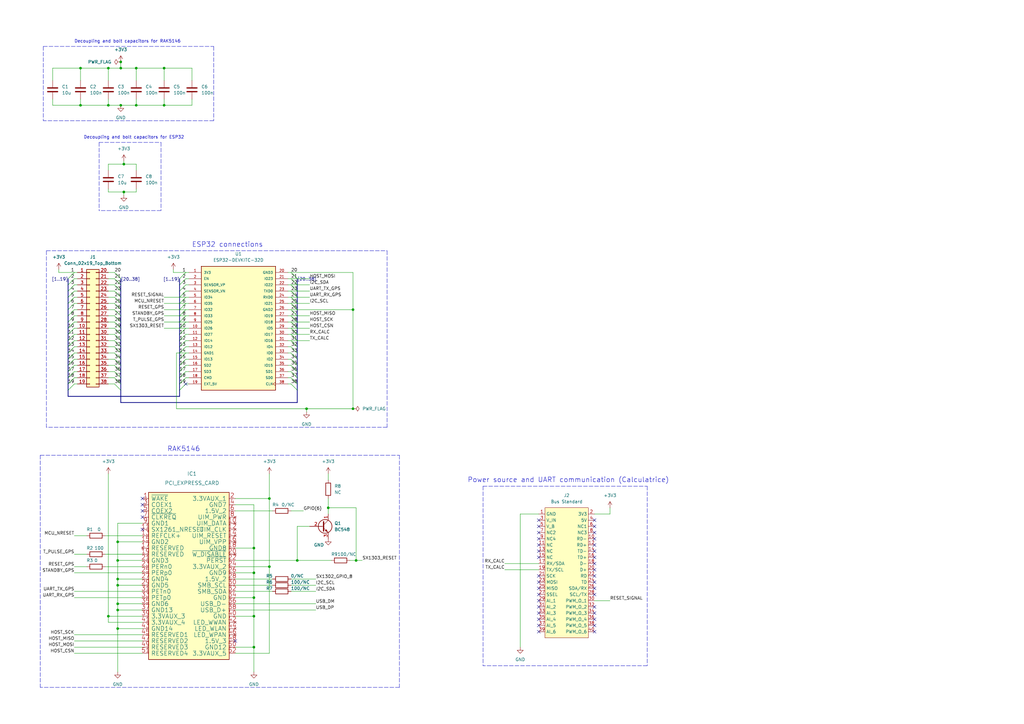
<source format=kicad_sch>
(kicad_sch (version 20211123) (generator eeschema)
  (paper "A3")
  (lib_symbols
    (symbol "Connector_Generic:Conn_02x19_Top_Bottom" (pin_names (offset 1.016) hide)
      (property "Reference" "J" (at 1.27 25.4 0))
      (property "Value" "Conn_02x19_Top_Bottom" (at 1.27 -25.4 0))
      (symbol "Conn_02x19_Top_Bottom_1_1"
        (pin passive line (at -5.08 22.86 0) (length 3.81) (name "Pin_1") (number "1"))
        (pin passive line (at -5.08 0 0) (length 3.81) (name "Pin_10") (number "10"))
        (pin passive line (at -5.08 -2.54 0) (length 3.81) (name "Pin_11") (number "11"))
        (pin passive line (at -5.08 -5.08 0) (length 3.81) (name "Pin_12") (number "12"))
        (pin passive line (at -5.08 -7.62 0) (length 3.81) (name "Pin_13") (number "13"))
        (pin passive line (at -5.08 -10.16 0) (length 3.81) (name "Pin_14") (number "14"))
        (pin passive line (at -5.08 -12.7 0) (length 3.81) (name "Pin_15") (number "15"))
        (pin passive line (at -5.08 -15.24 0) (length 3.81) (name "Pin_16") (number "16"))
        (pin passive line (at -5.08 -17.78 0) (length 3.81) (name "Pin_17") (number "17"))
        (pin passive line (at -5.08 -20.32 0) (length 3.81) (name "Pin_18") (number "18"))
        (pin passive line (at -5.08 -22.86 0) (length 3.81) (name "Pin_19") (number "19"))
        (pin passive line (at -5.08 20.32 0) (length 3.81) (name "Pin_2") (number "2"))
        (pin passive line (at 7.62 22.86 180) (length 3.81) (name "Pin_20") (number "20"))
        (pin passive line (at 7.62 20.32 180) (length 3.81) (name "Pin_21") (number "21"))
        (pin passive line (at 7.62 17.78 180) (length 3.81) (name "Pin_22") (number "22"))
        (pin passive line (at 7.62 15.24 180) (length 3.81) (name "Pin_23") (number "23"))
        (pin passive line (at 7.62 12.7 180) (length 3.81) (name "Pin_24") (number "24"))
        (pin passive line (at 7.62 10.16 180) (length 3.81) (name "Pin_25") (number "25"))
        (pin passive line (at 7.62 7.62 180) (length 3.81) (name "Pin_26") (number "26"))
        (pin passive line (at 7.62 5.08 180) (length 3.81) (name "Pin_27") (number "27"))
        (pin passive line (at 7.62 2.54 180) (length 3.81) (name "Pin_28") (number "28"))
        (pin passive line (at 7.62 0 180) (length 3.81) (name "Pin_29") (number "29"))
        (pin passive line (at -5.08 17.78 0) (length 3.81) (name "Pin_3") (number "3"))
        (pin passive line (at 7.62 -2.54 180) (length 3.81) (name "Pin_30") (number "30"))
        (pin passive line (at 7.62 -5.08 180) (length 3.81) (name "Pin_31") (number "31"))
        (pin passive line (at 7.62 -7.62 180) (length 3.81) (name "Pin_32") (number "32"))
        (pin passive line (at 7.62 -10.16 180) (length 3.81) (name "Pin_33") (number "33"))
        (pin passive line (at 7.62 -12.7 180) (length 3.81) (name "Pin_34") (number "34"))
        (pin passive line (at 7.62 -15.24 180) (length 3.81) (name "Pin_35") (number "35"))
        (pin passive line (at 7.62 -17.78 180) (length 3.81) (name "Pin_36") (number "36"))
        (pin passive line (at 7.62 -20.32 180) (length 3.81) (name "Pin_37") (number "37"))
        (pin passive line (at 7.62 -22.86 180) (length 3.81) (name "Pin_38") (number "38"))
        (pin passive line (at -5.08 15.24 0) (length 3.81) (name "Pin_4") (number "4"))
        (pin passive line (at -5.08 12.7 0) (length 3.81) (name "Pin_5") (number "5"))
        (pin passive line (at -5.08 10.16 0) (length 3.81) (name "Pin_6") (number "6"))
        (pin passive line (at -5.08 7.62 0) (length 3.81) (name "Pin_7") (number "7"))
        (pin passive line (at -5.08 5.08 0) (length 3.81) (name "Pin_8") (number "8"))
        (pin passive line (at -5.08 2.54 0) (length 3.81) (name "Pin_9") (number "9"))
      )
    )
    (symbol "Corecell_Intercon_Board:Flatsat_conn"
      (property "Reference" "J2" (at 8.89 7.62 0))
      (property "Value" "Bus Standard" (at 8.89 5.08 0))
      (symbol "Flatsat_conn_0_0"
        (pin unspecified line (at -2.54 0 0) (length 2.54) (name "GND") (number "1"))
        (pin unspecified line (at 20.32 -10.16 180) (length 2.54) (name "RD-") (number "10"))
        (pin unspecified line (at -2.54 -12.7 0) (length 2.54) (name "NC") (number "11"))
        (pin unspecified line (at 20.32 -12.7 180) (length 2.54) (name "RD+") (number "12"))
        (pin unspecified line (at -2.54 -15.24 0) (length 2.54) (name "NC") (number "13"))
        (pin unspecified line (at 20.32 -15.24 180) (length 2.54) (name "TD-") (number "14"))
        (pin unspecified line (at -2.54 -17.78 0) (length 2.54) (name "NC") (number "15"))
        (pin unspecified line (at 20.32 -17.78 180) (length 2.54) (name "TD+") (number "16"))
        (pin unspecified line (at -2.54 -20.32 0) (length 2.54) (name "RX/SDA") (number "17"))
        (pin unspecified line (at 20.32 -20.32 180) (length 2.54) (name "D-") (number "18"))
        (pin unspecified line (at -2.54 -22.86 0) (length 2.54) (name "TX/SCL") (number "19"))
        (pin unspecified line (at 20.32 0 180) (length 2.54) (name "3V3") (number "2"))
        (pin unspecified line (at 20.32 -22.86 180) (length 2.54) (name "D+") (number "20"))
        (pin unspecified line (at -2.54 -25.4 0) (length 2.54) (name "SCK") (number "21"))
        (pin unspecified line (at 20.32 -25.4 180) (length 2.54) (name "RD") (number "22"))
        (pin unspecified line (at -2.54 -27.94 0) (length 2.54) (name "MOSI") (number "23"))
        (pin unspecified line (at 20.32 -27.94 180) (length 2.54) (name "TD") (number "24"))
        (pin unspecified line (at -2.54 -30.48 0) (length 2.54) (name "MISO") (number "25"))
        (pin unspecified line (at 20.32 -30.48 180) (length 2.54) (name "SDA/RX") (number "26"))
        (pin unspecified line (at -2.54 -33.02 0) (length 2.54) (name "SSEL") (number "27"))
        (pin unspecified line (at 20.32 -33.02 180) (length 2.54) (name "SCL/TX") (number "28"))
        (pin unspecified line (at -2.54 -35.56 0) (length 2.54) (name "AI_1") (number "29"))
        (pin unspecified line (at -2.54 -2.54 0) (length 2.54) (name "V_IN") (number "3"))
        (pin unspecified line (at 20.32 -35.56 180) (length 2.54) (name "PWM_O_1") (number "30"))
        (pin unspecified line (at -2.54 -38.1 0) (length 2.54) (name "AI_2") (number "31"))
        (pin unspecified line (at 20.32 -38.1 180) (length 2.54) (name "PWM_O_2") (number "32"))
        (pin unspecified line (at -2.54 -40.64 0) (length 2.54) (name "AI_3") (number "33"))
        (pin unspecified line (at 20.32 -40.64 180) (length 2.54) (name "PWM_O_3") (number "34"))
        (pin unspecified line (at -2.54 -43.18 0) (length 2.54) (name "AI_4") (number "35"))
        (pin unspecified line (at 20.32 -43.18 180) (length 2.54) (name "PWM_O_4") (number "36"))
        (pin unspecified line (at -2.54 -45.72 0) (length 2.54) (name "AI_5") (number "37"))
        (pin unspecified line (at 20.32 -45.72 180) (length 2.54) (name "PWM_O_5") (number "38"))
        (pin unspecified line (at -2.54 -48.26 0) (length 2.54) (name "AI_6") (number "39"))
        (pin unspecified line (at 20.32 -2.54 180) (length 2.54) (name "5V") (number "4"))
        (pin unspecified line (at 20.32 -48.26 180) (length 2.54) (name "PWM_O_6") (number "40"))
        (pin unspecified line (at -2.54 -5.08 0) (length 2.54) (name "V_B") (number "5"))
        (pin unspecified line (at 20.32 -5.08 180) (length 2.54) (name "NC1") (number "6"))
        (pin unspecified line (at -2.54 -7.62 0) (length 2.54) (name "NC2") (number "7"))
        (pin unspecified line (at 20.32 -7.62 180) (length 2.54) (name "NC3") (number "8"))
        (pin unspecified line (at -2.54 -10.16 0) (length 2.54) (name "NC4") (number "9"))
      )
    )
    (symbol "Device:C" (pin_numbers hide) (pin_names (offset 0.254))
      (property "Reference" "C" (at 0.635 2.54 0))
      (property "Value" "C" (at 0.635 -2.54 0))
      (symbol "C_1_1"
        (pin passive line (at 0 3.81 270) (length 2.794) (name "~") (number "1"))
        (pin passive line (at 0 -3.81 90) (length 2.794) (name "~") (number "2"))
      )
    )
    (symbol "Device:R" (pin_numbers hide) (pin_names (offset 0))
      (property "Reference" "R" (at 2.032 0 90))
      (property "Value" "R" (at 0 0 90))
      (symbol "R_1_1"
        (pin passive line (at 0 3.81 270) (length 1.27) (name "~") (number "1"))
        (pin passive line (at 0 -3.81 90) (length 1.27) (name "~") (number "2"))
      )
    )
    (symbol "ESP32:ESP32-DEVKITC-32D" (pin_names (offset 1.016))
      (property "Reference" "U" (at -15.2654 26.0604 0))
      (property "Value" "ESP32-DEVKITC-32D" (at -15.2654 -27.9654 0))
      (symbol "ESP32-DEVKITC-32D_0_0"
        (pin power_in line (at -20.32 22.86 0) (length 5.08) (name "3V3") (number "1"))
        (pin bidirectional line (at -20.32 0 0) (length 5.08) (name "IO26") (number "10"))
        (pin bidirectional line (at -20.32 -2.54 0) (length 5.08) (name "IO27") (number "11"))
        (pin bidirectional line (at -20.32 -5.08 0) (length 5.08) (name "IO14") (number "12"))
        (pin bidirectional line (at -20.32 -7.62 0) (length 5.08) (name "IO12") (number "13"))
        (pin power_in line (at -20.32 -10.16 0) (length 5.08) (name "GND1") (number "14"))
        (pin bidirectional line (at -20.32 -12.7 0) (length 5.08) (name "IO13") (number "15"))
        (pin bidirectional line (at -20.32 -15.24 0) (length 5.08) (name "SD2") (number "16"))
        (pin bidirectional line (at -20.32 -17.78 0) (length 5.08) (name "SD3") (number "17"))
        (pin bidirectional line (at -20.32 -20.32 0) (length 5.08) (name "CMD") (number "18"))
        (pin power_in line (at -20.32 -22.86 0) (length 5.08) (name "EXT_5V") (number "19"))
        (pin input line (at -20.32 20.32 0) (length 5.08) (name "EN") (number "2"))
        (pin power_in line (at 20.32 22.86 180) (length 5.08) (name "GND3") (number "20"))
        (pin bidirectional line (at 20.32 20.32 180) (length 5.08) (name "IO23") (number "21"))
        (pin bidirectional line (at 20.32 17.78 180) (length 5.08) (name "IO22") (number "22"))
        (pin output line (at 20.32 15.24 180) (length 5.08) (name "TXD0") (number "23"))
        (pin input line (at 20.32 12.7 180) (length 5.08) (name "RXD0") (number "24"))
        (pin bidirectional line (at 20.32 10.16 180) (length 5.08) (name "IO21") (number "25"))
        (pin power_in line (at 20.32 7.62 180) (length 5.08) (name "GND2") (number "26"))
        (pin bidirectional line (at 20.32 5.08 180) (length 5.08) (name "IO19") (number "27"))
        (pin bidirectional line (at 20.32 2.54 180) (length 5.08) (name "IO18") (number "28"))
        (pin bidirectional line (at 20.32 0 180) (length 5.08) (name "IO5") (number "29"))
        (pin input line (at -20.32 17.78 0) (length 5.08) (name "SENSOR_VP") (number "3"))
        (pin bidirectional line (at 20.32 -2.54 180) (length 5.08) (name "IO17") (number "30"))
        (pin bidirectional line (at 20.32 -5.08 180) (length 5.08) (name "IO16") (number "31"))
        (pin bidirectional line (at 20.32 -7.62 180) (length 5.08) (name "IO4") (number "32"))
        (pin bidirectional line (at 20.32 -10.16 180) (length 5.08) (name "IO0") (number "33"))
        (pin bidirectional line (at 20.32 -12.7 180) (length 5.08) (name "IO2") (number "34"))
        (pin bidirectional line (at 20.32 -15.24 180) (length 5.08) (name "IO15") (number "35"))
        (pin bidirectional line (at 20.32 -17.78 180) (length 5.08) (name "SD1") (number "36"))
        (pin bidirectional line (at 20.32 -20.32 180) (length 5.08) (name "SD0") (number "37"))
        (pin input clock (at 20.32 -22.86 180) (length 5.08) (name "CLK") (number "38"))
        (pin input line (at -20.32 15.24 0) (length 5.08) (name "SENSOR_VN") (number "4"))
        (pin bidirectional line (at -20.32 12.7 0) (length 5.08) (name "IO34") (number "5"))
        (pin bidirectional line (at -20.32 10.16 0) (length 5.08) (name "IO35") (number "6"))
        (pin bidirectional line (at -20.32 7.62 0) (length 5.08) (name "IO32") (number "7"))
        (pin bidirectional line (at -20.32 5.08 0) (length 5.08) (name "IO33") (number "8"))
        (pin bidirectional line (at -20.32 2.54 0) (length 5.08) (name "IO25") (number "9"))
      )
    )
    (symbol "SX_Loracell:PCI_EXPRESS_CARD" (pin_names (offset 1.016))
      (property "Reference" "IC1" (at 17.78 7.62 0))
      (property "Value" "PCI_EXPRESS_CARD" (at 17.78 3.81 0))
      (symbol "PCI_EXPRESS_CARD_0_1"
        (pin output line (at -2.54 -2.54 0) (length 2.54) (name "~{WAKE}") (number "1"))
        (pin no_connect line (at 35.56 -12.7 180) (length 2.54) (name "UIM_DATA") (number "10"))
        (pin passive line (at -2.54 -15.24 0) (length 2.54) (name "SX1261_NRESET") (number "11"))
        (pin no_connect line (at 35.56 -15.24 180) (length 2.54) (name "UIM_CLK") (number "12"))
        (pin input line (at -2.54 -17.78 0) (length 2.54) (name "REFCLK+") (number "13"))
        (pin no_connect line (at 35.56 -17.78 180) (length 2.54) (name "UIM_RESET") (number "14"))
        (pin power_in line (at -2.54 -20.32 0) (length 2.54) (name "GND2") (number "15"))
        (pin no_connect line (at 35.56 -20.32 180) (length 2.54) (name "UIM_VPP") (number "16"))
        (pin no_connect line (at -2.54 -22.86 0) (length 2.54) (name "RESERVED") (number "17"))
        (pin power_in line (at 35.56 -22.86 180) (length 2.54) (name "GND8") (number "18"))
        (pin passive line (at -2.54 -25.4 0) (length 2.54) (name "RESERVED") (number "19"))
        (pin power_in line (at 35.56 -2.54 180) (length 2.54) (name "3.3VAUX_1") (number "2"))
        (pin no_connect line (at 35.56 -25.4 180) (length 2.54) (name "~{W_DISABLE}") (number "20"))
        (pin power_in line (at -2.54 -27.94 0) (length 2.54) (name "GND3") (number "21"))
        (pin passive line (at 35.56 -27.94 180) (length 2.54) (name "~{PERST}") (number "22"))
        (pin passive line (at -2.54 -30.48 0) (length 2.54) (name "PERn0") (number "23"))
        (pin power_in line (at 35.56 -30.48 180) (length 2.54) (name "3.3VAUX_2") (number "24"))
        (pin passive line (at -2.54 -33.02 0) (length 2.54) (name "PERp0") (number "25"))
        (pin power_in line (at 35.56 -33.02 180) (length 2.54) (name "GND9") (number "26"))
        (pin power_in line (at -2.54 -35.56 0) (length 2.54) (name "GND4") (number "27"))
        (pin passive line (at 35.56 -35.56 180) (length 2.54) (name "1.5V_2") (number "28"))
        (pin power_in line (at -2.54 -38.1 0) (length 2.54) (name "GND5") (number "29"))
        (pin passive line (at -2.54 -5.08 0) (length 2.54) (name "COEX1") (number "3"))
        (pin passive line (at 35.56 -38.1 180) (length 2.54) (name "SMB_SCL") (number "30"))
        (pin passive line (at -2.54 -40.64 0) (length 2.54) (name "PETn0") (number "31"))
        (pin bidirectional line (at 35.56 -40.64 180) (length 2.54) (name "SMB_SDA") (number "32"))
        (pin passive line (at -2.54 -43.18 0) (length 2.54) (name "PETp0") (number "33"))
        (pin power_in line (at 35.56 -43.18 180) (length 2.54) (name "GND") (number "34"))
        (pin power_in line (at -2.54 -45.72 0) (length 2.54) (name "GND6") (number "35"))
        (pin passive line (at 35.56 -45.72 180) (length 2.54) (name "USB_D-") (number "36"))
        (pin power_in line (at -2.54 -48.26 0) (length 2.54) (name "GND13") (number "37"))
        (pin passive line (at 35.56 -48.26 180) (length 2.54) (name "USB_D+") (number "38"))
        (pin power_in line (at -2.54 -50.8 0) (length 2.54) (name "3.3VAUX_3") (number "39"))
        (pin power_in line (at 35.56 -5.08 180) (length 2.54) (name "GND7") (number "4"))
        (pin power_in line (at 35.56 -50.8 180) (length 2.54) (name "GND") (number "40"))
        (pin power_in line (at -2.54 -53.34 0) (length 2.54) (name "3.3VAUX_4") (number "41"))
        (pin no_connect line (at 35.56 -53.34 180) (length 2.54) (name "LED_WWAN") (number "42"))
        (pin power_in line (at -2.54 -55.88 0) (length 2.54) (name "GND14") (number "43"))
        (pin no_connect line (at 35.56 -55.88 180) (length 2.54) (name "LED_WLAN") (number "44"))
        (pin passive line (at -2.54 -58.42 0) (length 2.54) (name "RESERVED1") (number "45"))
        (pin no_connect line (at 35.56 -58.42 180) (length 2.54) (name "LED_WPAN") (number "46"))
        (pin passive line (at -2.54 -60.96 0) (length 2.54) (name "RESERVED2") (number "47"))
        (pin passive line (at 35.56 -60.96 180) (length 2.54) (name "1.5V_3") (number "48"))
        (pin passive line (at -2.54 -63.5 0) (length 2.54) (name "RESERVED3") (number "49"))
        (pin passive line (at -2.54 -7.62 0) (length 2.54) (name "COEX2") (number "5"))
        (pin power_in line (at 35.56 -63.5 180) (length 2.54) (name "GND12") (number "50"))
        (pin passive line (at -2.54 -66.04 0) (length 2.54) (name "RESERVED4") (number "51"))
        (pin power_in line (at 35.56 -66.04 180) (length 2.54) (name "3.3VAUX_5") (number "52"))
        (pin passive line (at 35.56 -7.62 180) (length 2.54) (name "1.5V_2") (number "6"))
        (pin passive line (at -2.54 -10.16 0) (length 2.54) (name "~{CLKREQ}") (number "7"))
        (pin no_connect line (at 35.56 -10.16 180) (length 2.54) (name "UIM_PWR") (number "8"))
        (pin power_in line (at -2.54 -12.7 0) (length 2.54) (name "GND1") (number "9"))
      )
    )
    (symbol "Transistor_BJT:BC548" (pin_names (offset 0) hide)
      (property "Reference" "Q" (at 5.08 1.905 0))
      (property "Value" "BC548" (at 5.08 0 0))
      (symbol "BC548_1_1"
        (pin passive line (at 2.54 5.08 270) (length 2.54) (name "C") (number "1"))
        (pin input line (at -5.08 0 0) (length 5.08) (name "B") (number "2"))
        (pin passive line (at 2.54 -5.08 90) (length 2.54) (name "E") (number "3"))
      )
    )
    (symbol "power:+3.3V" (power) (pin_names (offset 0))
      (property "Value" "+3.3V" (at 0 3.556 0))
      (symbol "+3.3V_1_1"
        (pin power_in line (at 0 0 90) (length 0) hide (name "+3V3") (number "1"))
      )
    )
    (symbol "power:GND" (power) (pin_names (offset 0))
      (property "Value" "GND" (at 0 -3.81 0))
      (symbol "GND_1_1"
        (pin power_in line (at 0 0 270) (length 0) hide (name "GND") (number "1"))
      )
    )
    (symbol "power:PWR_FLAG" (power) (pin_numbers hide) (pin_names (offset 0) hide)
      (property "Value" "PWR_FLAG" (at 0 3.81 0))
      (symbol "PWR_FLAG_0_0"
        (pin power_out line (at 0 0 90) (length 0) (name "pwr") (number "1"))
      )
    )
  )
  (junction (at 125.73 167.64))
  (junction (at 50.8 78.74))
  (junction (at 146.05 229.87))
  (junction (at 121.92 229.87))
  (junction (at 49.53 43.18))
  (junction (at 48.26 257.81))
  (junction (at 33.02 43.18))
  (junction (at 104.14 265.43))
  (junction (at 104.14 245.11))
  (junction (at 134.62 208.28))
  (junction (at 104.14 224.79))
  (junction (at 33.02 27.94))
  (junction (at 44.45 252.73))
  (junction (at 44.45 27.94))
  (junction (at 49.53 25.4))
  (junction (at 110.49 232.41))
  (junction (at 48.26 247.65))
  (junction (at 67.31 43.18))
  (junction (at 48.26 229.87))
  (junction (at 48.26 240.03))
  (junction (at 104.14 234.95))
  (junction (at 104.14 252.73))
  (junction (at 110.49 204.47))
  (junction (at 48.26 237.49))
  (junction (at 48.26 250.19))
  (junction (at 50.8 67.31))
  (junction (at 144.78 167.64))
  (junction (at 55.88 43.18))
  (junction (at 55.88 27.94))
  (junction (at 48.26 222.25))
  (junction (at 67.31 27.94))
  (junction (at 49.53 27.94))
  (junction (at 44.45 43.18))
  (junction (at 144.78 127))
  (no_connect (at 243.84 223.52))
  (no_connect (at 243.84 226.06))
  (no_connect (at 243.84 231.14))
  (no_connect (at 243.84 228.6))
  (no_connect (at 243.84 238.76))
  (no_connect (at 243.84 215.9))
  (no_connect (at 243.84 218.44))
  (no_connect (at 243.84 213.36))
  (no_connect (at 243.84 220.98))
  (no_connect (at 243.84 236.22))
  (no_connect (at 243.84 243.84))
  (no_connect (at 243.84 233.68))
  (no_connect (at 243.84 259.08))
  (no_connect (at 243.84 256.54))
  (no_connect (at 243.84 248.92))
  (no_connect (at 243.84 251.46))
  (no_connect (at 243.84 254))
  (no_connect (at 220.98 259.08))
  (no_connect (at 220.98 254))
  (no_connect (at 220.98 256.54))
  (no_connect (at 243.84 241.3))
  (no_connect (at 58.42 212.09))
  (no_connect (at 58.42 204.47))
  (no_connect (at 58.42 207.01))
  (no_connect (at 58.42 209.55))
  (no_connect (at 58.42 217.17))
  (no_connect (at 220.98 226.06))
  (no_connect (at 220.98 228.6))
  (no_connect (at 220.98 213.36))
  (no_connect (at 220.98 215.9))
  (no_connect (at 220.98 220.98))
  (no_connect (at 220.98 218.44))
  (no_connect (at 220.98 223.52))
  (no_connect (at 220.98 251.46))
  (no_connect (at 220.98 248.92))
  (no_connect (at 220.98 243.84))
  (no_connect (at 220.98 238.76))
  (no_connect (at 220.98 241.3))
  (no_connect (at 220.98 236.22))
  (no_connect (at 220.98 246.38))
  (no_connect (at 96.52 262.89))
  (no_connect (at 76.2 157.48))
  (bus_entry (at 121.92 154.94) (size -2.54 -2.54))
  (bus_entry (at 73.66 147.32) (size 2.54 -2.54))
  (bus_entry (at 73.66 144.78) (size 2.54 -2.54))
  (bus_entry (at 27.94 149.86) (size 2.54 -2.54))
  (bus_entry (at 73.66 160.02) (size 2.54 -2.54))
  (bus_entry (at 121.92 149.86) (size -2.54 -2.54))
  (bus_entry (at 73.66 137.16) (size 2.54 -2.54))
  (bus_entry (at 121.92 124.46) (size -2.54 -2.54))
  (bus_entry (at 121.92 121.92) (size -2.54 -2.54))
  (bus_entry (at 27.94 137.16) (size 2.54 -2.54))
  (bus_entry (at 27.94 139.7) (size 2.54 -2.54))
  (bus_entry (at 49.53 129.54) (size -2.54 -2.54))
  (bus_entry (at 27.94 127) (size 2.54 -2.54))
  (bus_entry (at 49.53 119.38) (size -2.54 -2.54))
  (bus_entry (at 121.92 142.24) (size -2.54 -2.54))
  (bus_entry (at 121.92 147.32) (size -2.54 -2.54))
  (bus_entry (at 121.92 139.7) (size -2.54 -2.54))
  (bus_entry (at 49.53 149.86) (size -2.54 -2.54))
  (bus_entry (at 73.66 134.62) (size 2.54 -2.54))
  (bus_entry (at 27.94 114.3) (size 2.54 -2.54))
  (bus_entry (at 27.94 119.38) (size 2.54 -2.54))
  (bus_entry (at 27.94 116.84) (size 2.54 -2.54))
  (bus_entry (at 49.53 114.3) (size -2.54 -2.54))
  (bus_entry (at 121.92 127) (size -2.54 -2.54))
  (bus_entry (at 121.92 129.54) (size -2.54 -2.54))
  (bus_entry (at 73.66 132.08) (size 2.54 -2.54))
  (bus_entry (at 27.94 121.92) (size 2.54 -2.54))
  (bus_entry (at 49.53 127) (size -2.54 -2.54))
  (bus_entry (at 27.94 160.02) (size 2.54 -2.54))
  (bus_entry (at 49.53 152.4) (size -2.54 -2.54))
  (bus_entry (at 121.92 116.84) (size -2.54 -2.54))
  (bus_entry (at 27.94 142.24) (size 2.54 -2.54))
  (bus_entry (at 73.66 154.94) (size 2.54 -2.54))
  (bus_entry (at 27.94 152.4) (size 2.54 -2.54))
  (bus_entry (at 49.53 139.7) (size -2.54 -2.54))
  (bus_entry (at 121.92 119.38) (size -2.54 -2.54))
  (bus_entry (at 49.53 137.16) (size -2.54 -2.54))
  (bus_entry (at 49.53 160.02) (size -2.54 -2.54))
  (bus_entry (at 27.94 124.46) (size 2.54 -2.54))
  (bus_entry (at 49.53 147.32) (size -2.54 -2.54))
  (bus_entry (at 73.66 129.54) (size 2.54 -2.54))
  (bus_entry (at 121.92 134.62) (size -2.54 -2.54))
  (bus_entry (at 73.66 116.84) (size 2.54 -2.54))
  (bus_entry (at 73.66 142.24) (size 2.54 -2.54))
  (bus_entry (at 49.53 132.08) (size -2.54 -2.54))
  (bus_entry (at 27.94 154.94) (size 2.54 -2.54))
  (bus_entry (at 73.66 152.4) (size 2.54 -2.54))
  (bus_entry (at 121.92 157.48) (size -2.54 -2.54))
  (bus_entry (at 121.92 137.16) (size -2.54 -2.54))
  (bus_entry (at 27.94 129.54) (size 2.54 -2.54))
  (bus_entry (at 73.66 139.7) (size 2.54 -2.54))
  (bus_entry (at 121.92 132.08) (size -2.54 -2.54))
  (bus_entry (at 27.94 147.32) (size 2.54 -2.54))
  (bus_entry (at 27.94 132.08) (size 2.54 -2.54))
  (bus_entry (at 49.53 121.92) (size -2.54 -2.54))
  (bus_entry (at 49.53 142.24) (size -2.54 -2.54))
  (bus_entry (at 73.66 121.92) (size 2.54 -2.54))
  (bus_entry (at 73.66 114.3) (size 2.54 -2.54))
  (bus_entry (at 121.92 144.78) (size -2.54 -2.54))
  (bus_entry (at 73.66 119.38) (size 2.54 -2.54))
  (bus_entry (at 73.66 157.48) (size 2.54 -2.54))
  (bus_entry (at 121.92 152.4) (size -2.54 -2.54))
  (bus_entry (at 27.94 134.62) (size 2.54 -2.54))
  (bus_entry (at 27.94 144.78) (size 2.54 -2.54))
  (bus_entry (at 27.94 157.48) (size 2.54 -2.54))
  (bus_entry (at 49.53 134.62) (size -2.54 -2.54))
  (bus_entry (at 49.53 116.84) (size -2.54 -2.54))
  (bus_entry (at 121.92 114.3) (size -2.54 -2.54))
  (bus_entry (at 49.53 144.78) (size -2.54 -2.54))
  (bus_entry (at 49.53 124.46) (size -2.54 -2.54))
  (bus_entry (at 49.53 157.48) (size -2.54 -2.54))
  (bus_entry (at 121.92 160.02) (size -2.54 -2.54))
  (bus_entry (at 73.66 127) (size 2.54 -2.54))
  (bus_entry (at 73.66 124.46) (size 2.54 -2.54))
  (bus_entry (at 49.53 154.94) (size -2.54 -2.54))
  (bus_entry (at 73.66 149.86) (size 2.54 -2.54))
  (bus (pts (xy 121.92 144.78) (xy 121.92 147.32)))
  (wire (pts (xy 67.31 124.46) (xy 73.66 124.46)))
  (wire (pts (xy 110.49 194.31) (xy 110.49 204.47)))
  (wire (pts (xy 118.11 134.62) (xy 119.38 134.62)))
  (wire (pts (xy 118.11 152.4) (xy 119.38 152.4)))
  (wire (pts (xy 118.11 127) (xy 119.38 127)))
  (wire (pts (xy 143.51 229.87) (xy 146.05 229.87)))
  (wire (pts (xy 119.38 116.84) (xy 121.92 116.84)))
  (wire (pts (xy 76.2 134.62) (xy 77.47 134.62)))
  (wire (pts (xy 30.48 154.94) (xy 31.75 154.94)))
  (wire (pts (xy 96.52 242.57) (xy 111.76 242.57)))
  (bus (pts (xy 121.92 137.16) (xy 121.92 139.7)))
  (wire (pts (xy 118.11 129.54) (xy 119.38 129.54)))
  (wire (pts (xy 96.52 247.65) (xy 129.54 247.65)))
  (wire (pts (xy 44.45 114.3) (xy 46.99 114.3)))
  (wire (pts (xy 30.48 262.89) (xy 58.42 262.89)))
  (wire (pts (xy 118.11 139.7) (xy 119.38 139.7)))
  (polyline (pts (xy 19.05 102.87) (xy 19.05 175.26)))
  (wire (pts (xy 146.05 229.87) (xy 148.59 229.87)))
  (wire (pts (xy 76.2 124.46) (xy 77.47 124.46)))
  (wire (pts (xy 30.48 265.43) (xy 58.42 265.43)))
  (wire (pts (xy 96.52 229.87) (xy 121.92 229.87)))
  (bus (pts (xy 27.94 116.84) (xy 27.94 119.38)))
  (wire (pts (xy 48.26 247.65) (xy 58.42 247.65)))
  (wire (pts (xy 121.92 137.16) (xy 127 137.16)))
  (wire (pts (xy 49.53 27.94) (xy 55.88 27.94)))
  (wire (pts (xy 44.45 67.31) (xy 50.8 67.31)))
  (wire (pts (xy 220.98 210.82) (xy 213.36 210.82)))
  (bus (pts (xy 73.66 124.46) (xy 73.66 127)))
  (wire (pts (xy 110.49 204.47) (xy 110.49 232.41)))
  (wire (pts (xy 118.11 121.92) (xy 119.38 121.92)))
  (wire (pts (xy 76.2 139.7) (xy 77.47 139.7)))
  (wire (pts (xy 30.48 234.95) (xy 58.42 234.95)))
  (bus (pts (xy 121.92 152.4) (xy 121.92 154.94)))
  (wire (pts (xy 55.88 43.18) (xy 67.31 43.18)))
  (wire (pts (xy 121.92 215.9) (xy 121.92 229.87)))
  (wire (pts (xy 119.38 240.03) (xy 129.54 240.03)))
  (wire (pts (xy 71.12 111.76) (xy 76.2 111.76)))
  (wire (pts (xy 71.12 110.49) (xy 71.12 111.76)))
  (wire (pts (xy 48.26 247.65) (xy 48.26 240.03)))
  (wire (pts (xy 44.45 132.08) (xy 46.99 132.08)))
  (wire (pts (xy 119.38 237.49) (xy 129.54 237.49)))
  (wire (pts (xy 104.14 245.11) (xy 96.52 245.11)))
  (wire (pts (xy 118.11 144.78) (xy 119.38 144.78)))
  (wire (pts (xy 76.2 147.32) (xy 77.47 147.32)))
  (wire (pts (xy 76.2 144.78) (xy 73.66 144.78)))
  (wire (pts (xy 76.2 142.24) (xy 77.47 142.24)))
  (wire (pts (xy 119.38 242.57) (xy 129.54 242.57)))
  (polyline (pts (xy 19.05 102.87) (xy 158.75 102.87)))
  (wire (pts (xy 44.45 111.76) (xy 46.99 111.76)))
  (wire (pts (xy 30.48 227.33) (xy 35.56 227.33)))
  (bus (pts (xy 27.94 154.94) (xy 27.94 157.48)))
  (wire (pts (xy 104.14 224.79) (xy 104.14 207.01)))
  (wire (pts (xy 110.49 204.47) (xy 96.52 204.47)))
  (wire (pts (xy 73.66 127) (xy 76.2 127)))
  (wire (pts (xy 118.11 142.24) (xy 119.38 142.24)))
  (wire (pts (xy 50.8 67.31) (xy 55.88 67.31)))
  (polyline (pts (xy 16.51 186.69) (xy 163.83 186.69)))
  (bus (pts (xy 121.92 116.84) (xy 121.92 119.38)))
  (wire (pts (xy 73.66 124.46) (xy 76.2 124.46)))
  (wire (pts (xy 110.49 232.41) (xy 96.52 232.41)))
  (wire (pts (xy 119.38 124.46) (xy 121.92 124.46)))
  (wire (pts (xy 44.45 127) (xy 46.99 127)))
  (bus (pts (xy 49.53 154.94) (xy 49.53 157.48)))
  (wire (pts (xy 76.2 149.86) (xy 77.47 149.86)))
  (bus (pts (xy 73.66 160.02) (xy 73.66 162.56)))
  (wire (pts (xy 55.88 27.94) (xy 55.88 33.02)))
  (polyline (pts (xy 66.04 58.42) (xy 66.04 86.36)))
  (bus (pts (xy 27.94 127) (xy 27.94 129.54)))
  (wire (pts (xy 144.78 167.64) (xy 125.73 167.64)))
  (wire (pts (xy 121.92 129.54) (xy 127 129.54)))
  (wire (pts (xy 44.45 137.16) (xy 46.99 137.16)))
  (wire (pts (xy 48.26 237.49) (xy 58.42 237.49)))
  (wire (pts (xy 44.45 194.31) (xy 44.45 252.73)))
  (bus (pts (xy 121.92 157.48) (xy 121.92 160.02)))
  (wire (pts (xy 44.45 154.94) (xy 46.99 154.94)))
  (wire (pts (xy 44.45 116.84) (xy 46.99 116.84)))
  (wire (pts (xy 73.66 132.08) (xy 76.2 132.08)))
  (bus (pts (xy 49.53 134.62) (xy 49.53 137.16)))
  (wire (pts (xy 30.48 260.35) (xy 58.42 260.35)))
  (wire (pts (xy 134.62 194.31) (xy 134.62 196.85)))
  (wire (pts (xy 73.66 129.54) (xy 76.2 129.54)))
  (wire (pts (xy 119.38 119.38) (xy 121.92 119.38)))
  (polyline (pts (xy 198.12 199.39) (xy 265.43 199.39)))
  (wire (pts (xy 44.45 144.78) (xy 46.99 144.78)))
  (bus (pts (xy 73.66 137.16) (xy 73.66 139.7)))
  (bus (pts (xy 121.92 165.1) (xy 49.53 165.1)))
  (bus (pts (xy 73.66 157.48) (xy 73.66 160.02)))
  (wire (pts (xy 44.45 121.92) (xy 46.99 121.92)))
  (wire (pts (xy 121.92 116.84) (xy 127 116.84)))
  (bus (pts (xy 27.94 124.46) (xy 27.94 127)))
  (wire (pts (xy 30.48 242.57) (xy 58.42 242.57)))
  (bus (pts (xy 49.53 142.24) (xy 49.53 144.78)))
  (bus (pts (xy 73.66 154.94) (xy 73.66 157.48)))
  (wire (pts (xy 48.26 214.63) (xy 58.42 214.63)))
  (wire (pts (xy 21.59 43.18) (xy 33.02 43.18)))
  (bus (pts (xy 49.53 114.3) (xy 49.53 116.84)))
  (wire (pts (xy 76.2 114.3) (xy 77.47 114.3)))
  (bus (pts (xy 27.94 144.78) (xy 27.94 147.32)))
  (wire (pts (xy 67.31 129.54) (xy 73.66 129.54)))
  (bus (pts (xy 27.94 160.02) (xy 27.94 162.56)))
  (wire (pts (xy 119.38 127) (xy 121.92 127)))
  (polyline (pts (xy 17.78 19.05) (xy 17.78 49.53)))
  (wire (pts (xy 30.48 147.32) (xy 31.75 147.32)))
  (wire (pts (xy 30.48 114.3) (xy 31.75 114.3)))
  (wire (pts (xy 30.48 232.41) (xy 35.56 232.41)))
  (wire (pts (xy 121.92 139.7) (xy 127 139.7)))
  (wire (pts (xy 96.52 237.49) (xy 111.76 237.49)))
  (bus (pts (xy 49.53 116.84) (xy 49.53 119.38)))
  (bus (pts (xy 121.92 147.32) (xy 121.92 149.86)))
  (wire (pts (xy 119.38 209.55) (xy 124.46 209.55)))
  (wire (pts (xy 121.92 134.62) (xy 127 134.62)))
  (wire (pts (xy 76.2 137.16) (xy 77.47 137.16)))
  (wire (pts (xy 78.74 43.18) (xy 78.74 40.64)))
  (wire (pts (xy 44.45 147.32) (xy 46.99 147.32)))
  (bus (pts (xy 121.92 124.46) (xy 121.92 127)))
  (polyline (pts (xy 87.63 49.53) (xy 17.78 49.53)))
  (wire (pts (xy 48.26 222.25) (xy 48.26 214.63)))
  (wire (pts (xy 44.45 27.94) (xy 44.45 33.02)))
  (wire (pts (xy 121.92 127) (xy 144.78 127)))
  (wire (pts (xy 207.01 231.14) (xy 220.98 231.14)))
  (bus (pts (xy 73.66 127) (xy 73.66 129.54)))
  (bus (pts (xy 121.92 129.54) (xy 121.92 132.08)))
  (wire (pts (xy 30.48 245.11) (xy 58.42 245.11)))
  (wire (pts (xy 118.11 114.3) (xy 119.38 114.3)))
  (wire (pts (xy 49.53 27.94) (xy 44.45 27.94)))
  (polyline (pts (xy 40.64 58.42) (xy 40.64 86.36)))
  (wire (pts (xy 76.2 152.4) (xy 77.47 152.4)))
  (wire (pts (xy 118.11 147.32) (xy 119.38 147.32)))
  (wire (pts (xy 33.02 43.18) (xy 44.45 43.18)))
  (bus (pts (xy 121.92 160.02) (xy 121.92 165.1)))
  (wire (pts (xy 119.38 134.62) (xy 121.92 134.62)))
  (bus (pts (xy 121.92 121.92) (xy 121.92 124.46)))
  (wire (pts (xy 118.11 116.84) (xy 119.38 116.84)))
  (wire (pts (xy 125.73 167.64) (xy 72.39 167.64)))
  (wire (pts (xy 76.2 111.76) (xy 77.47 111.76)))
  (wire (pts (xy 76.2 157.48) (xy 77.47 157.48)))
  (wire (pts (xy 33.02 27.94) (xy 33.02 33.02)))
  (polyline (pts (xy 40.64 58.42) (xy 66.04 58.42)))
  (wire (pts (xy 121.92 121.92) (xy 127 121.92)))
  (bus (pts (xy 27.94 119.38) (xy 27.94 121.92)))
  (wire (pts (xy 55.88 27.94) (xy 67.31 27.94)))
  (wire (pts (xy 49.53 43.18) (xy 55.88 43.18)))
  (wire (pts (xy 55.88 40.64) (xy 55.88 43.18)))
  (bus (pts (xy 49.53 147.32) (xy 49.53 149.86)))
  (wire (pts (xy 118.11 149.86) (xy 119.38 149.86)))
  (bus (pts (xy 73.66 116.84) (xy 73.66 119.38)))
  (wire (pts (xy 134.62 208.28) (xy 146.05 208.28)))
  (wire (pts (xy 118.11 157.48) (xy 119.38 157.48)))
  (wire (pts (xy 207.01 233.68) (xy 220.98 233.68)))
  (wire (pts (xy 119.38 121.92) (xy 121.92 121.92)))
  (bus (pts (xy 73.66 121.92) (xy 73.66 124.46)))
  (bus (pts (xy 27.94 149.86) (xy 27.94 152.4)))
  (bus (pts (xy 73.66 147.32) (xy 73.66 149.86)))
  (wire (pts (xy 118.11 119.38) (xy 119.38 119.38)))
  (wire (pts (xy 119.38 139.7) (xy 121.92 139.7)))
  (wire (pts (xy 44.45 157.48) (xy 46.99 157.48)))
  (wire (pts (xy 44.45 69.85) (xy 44.45 67.31)))
  (wire (pts (xy 121.92 114.3) (xy 127 114.3)))
  (polyline (pts (xy 265.43 199.39) (xy 265.43 273.05)))
  (wire (pts (xy 30.48 219.71) (xy 35.56 219.71)))
  (wire (pts (xy 119.38 137.16) (xy 121.92 137.16)))
  (wire (pts (xy 76.2 132.08) (xy 77.47 132.08)))
  (wire (pts (xy 119.38 132.08) (xy 121.92 132.08)))
  (wire (pts (xy 44.45 124.46) (xy 46.99 124.46)))
  (wire (pts (xy 104.14 245.11) (xy 104.14 234.95)))
  (bus (pts (xy 27.94 137.16) (xy 27.94 139.7)))
  (wire (pts (xy 134.62 208.28) (xy 134.62 210.82)))
  (wire (pts (xy 43.18 232.41) (xy 58.42 232.41)))
  (wire (pts (xy 67.31 134.62) (xy 73.66 134.62)))
  (wire (pts (xy 76.2 116.84) (xy 77.47 116.84)))
  (polyline (pts (xy 66.04 86.36) (xy 40.64 86.36)))
  (wire (pts (xy 44.45 139.7) (xy 46.99 139.7)))
  (bus (pts (xy 27.94 139.7) (xy 27.94 142.24)))
  (wire (pts (xy 73.66 144.78) (xy 72.39 144.78)))
  (wire (pts (xy 44.45 119.38) (xy 46.99 119.38)))
  (polyline (pts (xy 265.43 273.05) (xy 198.12 273.05)))
  (wire (pts (xy 50.8 78.74) (xy 50.8 80.01)))
  (bus (pts (xy 27.94 157.48) (xy 27.94 160.02)))
  (wire (pts (xy 96.52 250.19) (xy 129.54 250.19)))
  (wire (pts (xy 121.92 229.87) (xy 135.89 229.87)))
  (bus (pts (xy 27.94 129.54) (xy 27.94 132.08)))
  (wire (pts (xy 44.45 149.86) (xy 46.99 149.86)))
  (wire (pts (xy 73.66 134.62) (xy 76.2 134.62)))
  (wire (pts (xy 30.48 157.48) (xy 31.75 157.48)))
  (wire (pts (xy 30.48 111.76) (xy 31.75 111.76)))
  (wire (pts (xy 76.2 119.38) (xy 77.47 119.38)))
  (bus (pts (xy 121.92 142.24) (xy 121.92 144.78)))
  (wire (pts (xy 118.11 111.76) (xy 119.38 111.76)))
  (polyline (pts (xy 16.51 186.69) (xy 16.51 281.94)))
  (wire (pts (xy 48.26 240.03) (xy 48.26 237.49)))
  (wire (pts (xy 78.74 27.94) (xy 78.74 33.02)))
  (wire (pts (xy 44.45 129.54) (xy 46.99 129.54)))
  (wire (pts (xy 48.26 250.19) (xy 58.42 250.19)))
  (wire (pts (xy 243.84 246.38) (xy 250.19 246.38)))
  (polyline (pts (xy 163.83 186.69) (xy 163.83 281.94)))
  (wire (pts (xy 118.11 137.16) (xy 119.38 137.16)))
  (wire (pts (xy 30.48 144.78) (xy 31.75 144.78)))
  (wire (pts (xy 44.45 252.73) (xy 58.42 252.73)))
  (bus (pts (xy 49.53 144.78) (xy 49.53 147.32)))
  (wire (pts (xy 44.45 40.64) (xy 44.45 43.18)))
  (bus (pts (xy 27.94 132.08) (xy 27.94 134.62)))
  (wire (pts (xy 49.53 25.4) (xy 49.53 27.94)))
  (wire (pts (xy 30.48 139.7) (xy 31.75 139.7)))
  (wire (pts (xy 76.2 127) (xy 77.47 127)))
  (wire (pts (xy 48.26 229.87) (xy 58.42 229.87)))
  (bus (pts (xy 121.92 119.38) (xy 121.92 121.92)))
  (polyline (pts (xy 158.75 102.87) (xy 158.75 175.26)))
  (wire (pts (xy 118.11 124.46) (xy 119.38 124.46)))
  (wire (pts (xy 30.48 137.16) (xy 31.75 137.16)))
  (wire (pts (xy 48.26 275.59) (xy 48.26 257.81)))
  (bus (pts (xy 27.94 134.62) (xy 27.94 137.16)))
  (polyline (pts (xy 17.78 19.05) (xy 87.63 19.05)))
  (bus (pts (xy 121.92 149.86) (xy 121.92 152.4)))
  (wire (pts (xy 30.48 142.24) (xy 31.75 142.24)))
  (wire (pts (xy 30.48 124.46) (xy 31.75 124.46)))
  (wire (pts (xy 144.78 127) (xy 144.78 167.64)))
  (wire (pts (xy 119.38 111.76) (xy 144.78 111.76)))
  (wire (pts (xy 44.45 78.74) (xy 50.8 78.74)))
  (wire (pts (xy 250.19 210.82) (xy 243.84 210.82)))
  (bus (pts (xy 73.66 129.54) (xy 73.66 132.08)))
  (wire (pts (xy 125.73 167.64) (xy 125.73 168.91)))
  (bus (pts (xy 49.53 132.08) (xy 49.53 134.62)))
  (wire (pts (xy 55.88 67.31) (xy 55.88 69.85)))
  (wire (pts (xy 67.31 40.64) (xy 67.31 43.18)))
  (wire (pts (xy 67.31 127) (xy 73.66 127)))
  (wire (pts (xy 118.11 154.94) (xy 119.38 154.94)))
  (polyline (pts (xy 163.83 281.94) (xy 16.51 281.94)))
  (wire (pts (xy 58.42 255.27) (xy 44.45 255.27)))
  (wire (pts (xy 110.49 267.97) (xy 96.52 267.97)))
  (wire (pts (xy 134.62 204.47) (xy 134.62 208.28)))
  (wire (pts (xy 119.38 129.54) (xy 121.92 129.54)))
  (wire (pts (xy 48.26 257.81) (xy 48.26 250.19)))
  (wire (pts (xy 55.88 78.74) (xy 55.88 77.47)))
  (wire (pts (xy 104.14 224.79) (xy 96.52 224.79)))
  (bus (pts (xy 73.66 139.7) (xy 73.66 142.24)))
  (wire (pts (xy 44.45 27.94) (xy 33.02 27.94)))
  (bus (pts (xy 49.53 139.7) (xy 49.53 142.24)))
  (bus (pts (xy 49.53 121.92) (xy 49.53 124.46)))
  (wire (pts (xy 43.18 219.71) (xy 58.42 219.71)))
  (wire (pts (xy 48.26 257.81) (xy 58.42 257.81)))
  (bus (pts (xy 73.66 144.78) (xy 73.66 147.32)))
  (wire (pts (xy 121.92 119.38) (xy 127 119.38)))
  (wire (pts (xy 44.45 43.18) (xy 49.53 43.18)))
  (wire (pts (xy 44.45 134.62) (xy 46.99 134.62)))
  (bus (pts (xy 49.53 119.38) (xy 49.53 121.92)))
  (wire (pts (xy 33.02 40.64) (xy 33.02 43.18)))
  (wire (pts (xy 48.26 222.25) (xy 58.42 222.25)))
  (wire (pts (xy 104.14 265.43) (xy 96.52 265.43)))
  (wire (pts (xy 118.11 132.08) (xy 119.38 132.08)))
  (wire (pts (xy 30.48 152.4) (xy 31.75 152.4)))
  (wire (pts (xy 21.59 40.64) (xy 21.59 43.18)))
  (bus (pts (xy 121.92 134.62) (xy 121.92 137.16)))
  (wire (pts (xy 96.52 240.03) (xy 111.76 240.03)))
  (bus (pts (xy 73.66 119.38) (xy 73.66 121.92)))
  (polyline (pts (xy 198.12 199.39) (xy 198.12 273.05)))
  (bus (pts (xy 73.66 132.08) (xy 73.66 134.62)))
  (wire (pts (xy 213.36 210.82) (xy 213.36 265.43)))
  (wire (pts (xy 104.14 207.01) (xy 96.52 207.01)))
  (bus (pts (xy 49.53 127) (xy 49.53 129.54)))
  (bus (pts (xy 49.53 129.54) (xy 49.53 132.08)))
  (wire (pts (xy 30.48 149.86) (xy 31.75 149.86)))
  (bus (pts (xy 49.53 152.4) (xy 49.53 154.94)))
  (wire (pts (xy 67.31 43.18) (xy 78.74 43.18)))
  (wire (pts (xy 44.45 77.47) (xy 44.45 78.74)))
  (bus (pts (xy 73.66 162.56) (xy 27.94 162.56)))
  (wire (pts (xy 24.13 111.76) (xy 30.48 111.76)))
  (wire (pts (xy 48.26 237.49) (xy 48.26 229.87)))
  (wire (pts (xy 48.26 229.87) (xy 48.26 222.25)))
  (polyline (pts (xy 87.63 19.05) (xy 87.63 49.53)))
  (bus (pts (xy 27.94 152.4) (xy 27.94 154.94)))
  (wire (pts (xy 50.8 78.74) (xy 55.88 78.74)))
  (wire (pts (xy 76.2 129.54) (xy 77.47 129.54)))
  (wire (pts (xy 72.39 144.78) (xy 72.39 167.64)))
  (wire (pts (xy 104.14 265.43) (xy 104.14 252.73)))
  (wire (pts (xy 30.48 121.92) (xy 31.75 121.92)))
  (wire (pts (xy 67.31 27.94) (xy 78.74 27.94)))
  (wire (pts (xy 24.13 110.49) (xy 24.13 111.76)))
  (bus (pts (xy 121.92 127) (xy 121.92 129.54)))
  (wire (pts (xy 127 215.9) (xy 121.92 215.9)))
  (wire (pts (xy 73.66 121.92) (xy 76.2 121.92)))
  (wire (pts (xy 144.78 111.76) (xy 144.78 127)))
  (wire (pts (xy 30.48 129.54) (xy 31.75 129.54)))
  (wire (pts (xy 119.38 114.3) (xy 121.92 114.3)))
  (wire (pts (xy 43.18 227.33) (xy 58.42 227.33)))
  (bus (pts (xy 49.53 149.86) (xy 49.53 152.4)))
  (bus (pts (xy 121.92 132.08) (xy 121.92 134.62)))
  (bus (pts (xy 73.66 142.24) (xy 73.66 144.78)))
  (wire (pts (xy 30.48 127) (xy 31.75 127)))
  (bus (pts (xy 49.53 157.48) (xy 49.53 160.02)))
  (wire (pts (xy 104.14 234.95) (xy 104.14 224.79)))
  (wire (pts (xy 121.92 132.08) (xy 127 132.08)))
  (wire (pts (xy 110.49 232.41) (xy 110.49 267.97)))
  (wire (pts (xy 76.2 144.78) (xy 77.47 144.78)))
  (wire (pts (xy 250.19 208.28) (xy 250.19 210.82)))
  (wire (pts (xy 76.2 121.92) (xy 77.47 121.92)))
  (wire (pts (xy 67.31 121.92) (xy 73.66 121.92)))
  (wire (pts (xy 67.31 132.08) (xy 73.66 132.08)))
  (wire (pts (xy 50.8 66.04) (xy 50.8 67.31)))
  (bus (pts (xy 121.92 139.7) (xy 121.92 142.24)))
  (bus (pts (xy 73.66 114.3) (xy 73.66 116.84)))
  (wire (pts (xy 96.52 209.55) (xy 111.76 209.55)))
  (wire (pts (xy 21.59 27.94) (xy 21.59 33.02)))
  (wire (pts (xy 33.02 27.94) (xy 21.59 27.94)))
  (wire (pts (xy 48.26 250.19) (xy 48.26 247.65)))
  (wire (pts (xy 30.48 116.84) (xy 31.75 116.84)))
  (bus (pts (xy 27.94 121.92) (xy 27.94 124.46)))
  (polyline (pts (xy 158.75 175.26) (xy 19.05 175.26)))
  (wire (pts (xy 48.26 240.03) (xy 58.42 240.03)))
  (wire (pts (xy 121.92 124.46) (xy 127 124.46)))
  (wire (pts (xy 67.31 27.94) (xy 67.31 33.02)))
  (wire (pts (xy 76.2 154.94) (xy 77.47 154.94)))
  (wire (pts (xy 44.45 142.24) (xy 46.99 142.24)))
  (wire (pts (xy 30.48 267.97) (xy 58.42 267.97)))
  (bus (pts (xy 27.94 142.24) (xy 27.94 144.78)))
  (bus (pts (xy 121.92 114.3) (xy 121.92 116.84)))
  (wire (pts (xy 104.14 275.59) (xy 104.14 265.43)))
  (wire (pts (xy 104.14 234.95) (xy 96.52 234.95)))
  (bus (pts (xy 27.94 114.3) (xy 27.94 116.84)))
  (wire (pts (xy 146.05 208.28) (xy 146.05 229.87)))
  (wire (pts (xy 104.14 252.73) (xy 104.14 245.11)))
  (wire (pts (xy 30.48 132.08) (xy 31.75 132.08)))
  (bus (pts (xy 49.53 160.02) (xy 49.53 165.1)))
  (bus (pts (xy 73.66 152.4) (xy 73.66 154.94)))
  (bus (pts (xy 73.66 149.86) (xy 73.66 152.4)))
  (wire (pts (xy 44.45 255.27) (xy 44.45 252.73)))
  (bus (pts (xy 73.66 134.62) (xy 73.66 137.16)))
  (wire (pts (xy 104.14 252.73) (xy 96.52 252.73)))
  (bus (pts (xy 49.53 124.46) (xy 49.53 127)))
  (bus (pts (xy 121.92 154.94) (xy 121.92 157.48)))
  (bus (pts (xy 27.94 147.32) (xy 27.94 149.86)))
  (wire (pts (xy 30.48 134.62) (xy 31.75 134.62)))
  (bus (pts (xy 49.53 137.16) (xy 49.53 139.7)))
  (wire (pts (xy 30.48 119.38) (xy 31.75 119.38)))
  (wire (pts (xy 44.45 152.4) (xy 46.99 152.4)))
  (text "RAK5146\n" (at 68.58 185.42 0) (effects (font (size 2 2)) (justify left bottom)))
  (text "Decoupling and bolt capacitors for ESP32\n" (at 34.29 57.15 0) (effects (font (size 1.27 1.27)) (justify left bottom)))
  (text "ESP32 connections" (at 78.74 101.6 0) (effects (font (size 2 2)) (justify left bottom)))
  (text "Power source and UART communication (Calculatrice)" (at 191.77 198.12 0) (effects (font (size 2 2)) (justify left bottom)))
  (text "Decoupling and bolt capacitors for RAK5146" (at 30.48 17.78 0) (effects (font (size 1.27 1.27)) (justify left bottom)))
  (label "USB_DP" (at 129.54 250.19 0))
  (label "GPIO(6)" (at 124.46 209.55 0))
  (label "2" (at 76.2 114.3 180))
  (label "TX_CALC" (at 207.01 233.68 180))
  (label "14" (at 76.2 144.78 180))
  (label "15" (at 30.48 147.32 180))
  (label "23" (at 46.99 119.38 0))
  (label "RX_CALC" (at 127 137.16 0))
  (label "20" (at 46.99 111.76 0))
  (label "5" (at 76.2 121.92 180))
  (label "31" (at 119.38 139.7 0))
  (label "7" (at 76.2 127 180))
  (label "32" (at 119.38 142.24 0))
  (label "[1..19]" (at 73.66 115.57 180))
  (label "10" (at 76.2 134.62 180))
  (label "18" (at 76.2 154.94 180))
  (label "11" (at 76.2 137.16 180))
  (label "UART_TX_GPS" (at 30.48 242.57 180))
  (label "RESET_GPS" (at 67.31 127 180))
  (label "29" (at 119.38 134.62 0))
  (label "6" (at 30.48 124.46 180))
  (label "37" (at 119.38 154.94 0))
  (label "2" (at 30.48 114.3 180))
  (label "19" (at 30.48 157.48 180))
  (label "HOST_CSN" (at 127 134.62 0))
  (label "[1..19]" (at 27.94 115.5324 180))
  (label "17" (at 76.2 152.4 180))
  (label "3" (at 76.2 116.84 180))
  (label "SX1303_RESET" (at 148.59 229.87 0))
  (label "36" (at 119.38 152.4 0))
  (label "MCU_NRESET" (at 67.31 124.46 180))
  (label "TX_CALC" (at 127 139.7 0))
  (label "19" (at 76.2 157.48 180))
  (label "STANDBY_GPS" (at 30.48 234.95 180))
  (label "SX1303_RESET" (at 67.31 134.62 180))
  (label "25" (at 119.38 124.46 0))
  (label "35" (at 46.99 149.86 0))
  (label "21" (at 46.99 114.3 0))
  (label "7" (at 30.48 127 180))
  (label "20" (at 119.38 111.76 0))
  (label "4" (at 76.2 119.38 180))
  (label "16" (at 76.2 149.86 180))
  (label "HOST_SCK" (at 30.48 260.35 180))
  (label "8" (at 76.2 129.54 180))
  (label "38" (at 46.99 157.48 0))
  (label "HOST_MOSI" (at 30.48 265.43 180))
  (label "I2C_SDA" (at 127 116.84 0) (effects (font italic)))
  (label "RESET_SIGNAL" (at 67.31 121.92 180))
  (label "35" (at 119.38 149.86 0))
  (label "I2C_SCL" (at 127 124.46 0))
  (label "MCU_NRESET" (at 30.48 219.71 180))
  (label "T_PULSE_GPS" (at 30.48 227.33 180))
  (label "33" (at 119.38 144.78 0))
  (label "HOST_MOSI" (at 127 114.3 0))
  (label "USB_DM" (at 129.54 247.65 0))
  (label "10" (at 30.48 134.62 180))
  (label "UART_RX_GPS" (at 127 121.92 0))
  (label "34" (at 119.38 147.32 0))
  (label "STANDBY_GPS" (at 67.31 129.54 180))
  (label "28" (at 46.99 132.08 0))
  (label "[20..38]" (at 49.53 115.57 0))
  (label "9" (at 76.2 132.08 180))
  (label "21" (at 119.38 114.3 0))
  (label "24" (at 46.99 121.92 0))
  (label "22" (at 119.38 116.84 0))
  (label "32" (at 46.99 142.24 0))
  (label "8" (at 30.48 129.54 180))
  (label "9" (at 30.48 132.08 180))
  (label "24" (at 119.38 121.92 0))
  (label "30" (at 46.99 137.16 0))
  (label "UART_RX_GPS" (at 30.48 245.11 180))
  (label "26" (at 119.38 127 0))
  (label "6" (at 76.2 124.46 180))
  (label "27" (at 46.99 129.54 0))
  (label "13" (at 30.48 142.24 180))
  (label "1" (at 30.48 111.76 180))
  (label "[20..38]" (at 121.92 115.5153 0))
  (label "23" (at 119.38 119.38 0))
  (label "38" (at 119.38 157.48 0))
  (label "3" (at 30.48 116.84 180))
  (label "T_PULSE_GPS" (at 67.31 132.08 180))
  (label "30" (at 119.38 137.16 0))
  (label "4" (at 30.48 119.38 180))
  (label "HOST_CSN" (at 30.48 267.97 180))
  (label "12" (at 76.2 139.7 180))
  (label "36" (at 46.99 152.4 0))
  (label "HOST_MISO" (at 30.48 262.89 180))
  (label "18" (at 30.48 154.94 180))
  (label "HOST_MISO" (at 127 129.54 0))
  (label "27" (at 119.38 129.54 0))
  (label "13" (at 76.2 142.24 180))
  (label "I2C_SCL" (at 129.54 240.03 0))
  (label "22" (at 46.99 116.84 0))
  (label "16" (at 30.48 149.86 180))
  (label "5" (at 30.48 121.92 180))
  (label "29" (at 46.99 134.62 0))
  (label "15" (at 76.2 147.32 180))
  (label "17" (at 30.48 152.4 180))
  (label "12" (at 30.48 139.7 180))
  (label "UART_TX_GPS" (at 127 119.38 0))
  (label "28" (at 119.38 132.08 0))
  (label "RESET_SIGNAL" (at 250.19 246.38 0))
  (label "1" (at 76.2 111.76 180))
  (label "37" (at 46.99 154.94 0))
  (label "14" (at 30.48 144.78 180))
  (label "34" (at 46.99 147.32 0))
  (label "11" (at 30.48 137.16 180))
  (label "26" (at 46.99 127 0))
  (label "RESET_GPS" (at 30.48 232.41 180))
  (label "RX_CALC" (at 207.01 231.14 180))
  (label "I2C_SDA" (at 129.54 242.57 0) (effects (font italic)))
  (label "31" (at 46.99 139.7 0))
  (label "25" (at 46.99 124.46 0))
  (label "HOST_SCK" (at 127 132.08 0))
  (label "SX1302_GPIO_8" (at 129.54 237.49 0))
  (label "33" (at 46.99 144.78 0))
  (symbol (lib_id "power:+3.3V") (at 110.49 194.31 0) (unit 1)
    (property "Reference" "#PWR0101" (effects hide))
    (property "Value" "+3.3V" (at 110.49 189.23 0))
  )
  (symbol (lib_id "power:GND") (at 134.62 220.98 0) (unit 1)
    (property "Reference" "#PWR0104" (effects hide))
    (property "Value" "GND" (at 130.81 223.52 0))
  )
  (symbol (lib_id "Device:C") (at 67.31 36.83 0) (unit 1)
    (property "Reference" "C5" (at 71.12 35.5599 0) (effects (justify left)))
    (property "Value" "100n" (at 71.12 38.0999 0) (effects (justify left)))
  )
  (symbol (lib_id "Device:C") (at 55.88 73.66 0) (unit 1)
    (property "Reference" "C8" (at 59.69 72.3899 0) (effects (justify left)))
    (property "Value" "100n" (at 59.69 74.9299 0) (effects (justify left)))
  )
  (symbol (lib_id "Device:R") (at 39.37 219.71 90) (unit 1)
    (property "Reference" "R1" (at 36.83 217.17 90))
    (property "Value" "0" (at 40.64 217.17 90))
  )
  (symbol (lib_id "power:GND") (at 104.14 275.59 0) (unit 1)
    (property "Reference" "#PWR0102" (effects hide))
    (property "Value" "GND" (at 104.14 280.67 0))
  )
  (symbol (lib_id "ESP32:ESP32-DEVKITC-32D") (at 97.79 134.62 0) (unit 1)
    (property "Reference" "U1" (at 97.79 104.14 0))
    (property "Value" "ESP32-DEVKITC-32D" (at 97.79 106.68 0))
    (property "Footprint" "MODULE_ESP32-DEVKITC-32D" (effects hide))
    (property "PARTREV" "4" (effects hide))
    (property "MANUFACTURER" "Espressif Systems" (effects hide))
  )
  (symbol (lib_id "Device:R") (at 134.62 200.66 0) (unit 1)
    (property "Reference" "R8" (at 137.16 199.3899 0) (effects (justify left)))
    (property "Value" "NC" (at 137.16 201.9299 0) (effects (justify left)))
  )
  (symbol (lib_id "power:GND") (at 50.8 80.01 0) (unit 1)
    (property "Reference" "#PWR0110" (effects hide))
    (property "Value" "GND" (at 50.8 85.09 0))
  )
  (symbol (lib_id "power:PWR_FLAG") (at 49.53 25.4 90) (unit 1)
    (property "Reference" "#FLG0101" (effects hide))
    (property "Value" "PWR_FLAG" (at 45.72 25.3999 90) (effects (justify left)))
  )
  (symbol (lib_id "power:+3.3V") (at 50.8 66.04 0) (unit 1)
    (property "Reference" "#PWR0109" (effects hide))
    (property "Value" "+3.3V" (at 50.8 60.96 0))
  )
  (symbol (lib_id "Device:C") (at 33.02 36.83 0) (unit 1)
    (property "Reference" "C2" (at 36.83 35.5599 0) (effects (justify left)))
    (property "Value" "100n" (at 36.83 38.0999 0) (effects (justify left)))
  )
  (symbol (lib_id "power:+3.3V") (at 134.62 194.31 0) (unit 1)
    (property "Reference" "#PWR0106" (effects hide))
    (property "Value" "+3.3V" (at 134.62 189.23 0))
  )
  (symbol (lib_id "Device:R") (at 115.57 237.49 90) (unit 1)
    (property "Reference" "R5" (at 110.49 236.22 90))
    (property "Value" "0/NC" (at 121.92 236.22 90))
  )
  (symbol (lib_id "Corecell_Intercon_Board:Flatsat_conn") (at 223.52 210.82 0) (unit 1)
    (property "Reference" "J2" (at 232.41 203.2 0))
    (property "Value" "Bus Standard" (at 232.41 205.74 0))
  )
  (symbol (lib_id "Device:R") (at 115.57 242.57 90) (unit 1)
    (property "Reference" "R7" (at 110.49 241.3 90))
    (property "Value" "100/NC" (at 123.19 241.3 90))
  )
  (symbol (lib_id "power:GND") (at 48.26 275.59 0) (unit 1)
    (property "Reference" "#PWR0103" (effects hide))
    (property "Value" "GND" (at 48.26 280.67 0))
  )
  (symbol (lib_id "power:GND") (at 49.53 43.18 0) (unit 1)
    (property "Reference" "#PWR0108" (effects hide))
    (property "Value" "GND" (at 49.53 48.26 0))
  )
  (symbol (lib_id "Device:R") (at 115.57 240.03 90) (unit 1)
    (property "Reference" "R6" (at 110.49 238.76 90))
    (property "Value" "100/NC" (at 123.19 238.76 90))
  )
  (symbol (lib_id "power:+3.3V") (at 71.12 110.49 0) (unit 1)
    (property "Reference" "#PWR0112" (effects hide))
    (property "Value" "+3.3V" (at 71.12 105.41 0))
  )
  (symbol (lib_id "Device:C") (at 44.45 36.83 0) (unit 1)
    (property "Reference" "C3" (at 48.26 35.5599 0) (effects (justify left)))
    (property "Value" "100n" (at 48.26 38.0999 0) (effects (justify left)))
  )
  (symbol (lib_id "power:+3.3V") (at 24.13 110.49 0) (unit 1)
    (property "Reference" "#PWR0111" (effects hide))
    (property "Value" "+3.3V" (at 24.13 105.41 0))
  )
  (symbol (lib_id "Device:C") (at 55.88 36.83 0) (unit 1)
    (property "Reference" "C4" (at 59.69 35.5599 0) (effects (justify left)))
    (property "Value" "100n" (at 59.69 38.0999 0) (effects (justify left)))
  )
  (symbol (lib_id "power:GND") (at 125.73 168.91 0) (unit 1)
    (property "Reference" "#PWR0113" (effects hide))
    (property "Value" "GND" (at 125.73 173.99 0))
  )
  (symbol (lib_id "power:+3.3V") (at 49.53 25.4 0) (unit 1)
    (property "Reference" "#PWR0107" (effects hide))
    (property "Value" "+3.3V" (at 49.53 20.32 0))
  )
  (symbol (lib_id "Connector_Generic:Conn_02x19_Top_Bottom") (at 36.83 134.62 0) (unit 1)
    (property "Reference" "J1" (at 38.1 105.41 0))
    (property "Value" "Conn_02x19_Top_Bottom" (at 38.1 107.95 0))
  )
  (symbol (lib_id "Device:R") (at 39.37 232.41 90) (unit 1)
    (property "Reference" "R3" (at 36.83 229.87 90))
    (property "Value" "0" (at 39.37 229.87 90))
  )
  (symbol (lib_id "Device:R") (at 39.37 227.33 90) (unit 1)
    (property "Reference" "R2" (at 36.83 224.79 90))
    (property "Value" "100" (at 40.64 224.79 90))
  )
  (symbol (lib_id "Device:R") (at 139.7 229.87 90) (unit 1)
    (property "Reference" "R9" (at 137.16 227.33 90))
    (property "Value" "100/NC" (at 142.24 227.33 90))
  )
  (symbol (lib_id "Transistor_BJT:BC548") (at 132.08 215.9 0) (unit 1)
    (property "Reference" "Q1" (at 137.16 214.6299 0) (effects (justify left)))
    (property "Value" "BC548" (at 137.16 217.1699 0) (effects (justify left)))
    (property "Footprint" "Package_TO_SOT_THT:TO-92_Inline" (effects hide))
    (property "Datasheet" "http://www.fairchildsemi.com/ds/BC/BC547.pdf" (effects hide))
  )
  (symbol (lib_id "Device:R") (at 115.57 209.55 90) (unit 1)
    (property "Reference" "R4" (at 113.03 207.01 90))
    (property "Value" "0/NC" (at 118.11 207.01 90))
  )
  (symbol (lib_id "Device:C") (at 78.74 36.83 0) (unit 1)
    (property "Reference" "C6" (at 82.55 35.5599 0) (effects (justify left)))
    (property "Value" "100n" (at 82.55 38.0999 0) (effects (justify left)))
  )
  (symbol (lib_id "power:+3.3V") (at 250.19 208.28 0) (unit 1)
    (property "Reference" "#PWR02" (effects hide))
    (property "Value" "+3.3V" (at 250.19 203.2 0))
  )
  (symbol (lib_id "power:GND") (at 213.36 265.43 0) (unit 1)
    (property "Reference" "#PWR01" (effects hide))
    (property "Value" "GND" (at 213.36 270.51 0))
  )
  (symbol (lib_id "power:+3.3V") (at 44.45 194.31 0) (unit 1)
    (property "Reference" "#PWR0105" (effects hide))
    (property "Value" "+3.3V" (at 44.45 189.23 0))
  )
  (symbol (lib_id "Device:C") (at 21.59 36.83 0) (unit 1)
    (property "Reference" "C1" (at 25.4 35.5599 0) (effects (justify left)))
    (property "Value" "10u" (at 25.4 38.0999 0) (effects (justify left)))
  )
  (symbol (lib_id "power:PWR_FLAG") (at 144.78 167.64 270) (unit 1)
    (property "Reference" "#FLG0102" (effects hide))
    (property "Value" "PWR_FLAG" (at 148.59 167.6399 90) (effects (justify left)))
  )
  (symbol (lib_id "SX_Loracell:PCI_EXPRESS_CARD") (at 60.96 201.93 0) (unit 1)
    (property "Reference" "IC1" (at 78.74 194.31 0) (effects (font (size 1.524 1.524))))
    (property "Value" "PCI_EXPRESS_CARD" (at 78.74 198.12 0) (effects (font (size 1.524 1.524))))
    (property "Footprint" "Connector_PCBEdge:BUS_PCI_Express_Mini" (effects hide))
  )
  (symbol (lib_id "Device:C") (at 44.45 73.66 0) (unit 1)
    (property "Reference" "C7" (at 48.26 72.3899 0) (effects (justify left)))
    (property "Value" "10u" (at 48.26 74.9299 0) (effects (justify left)))
  )
)
</source>
